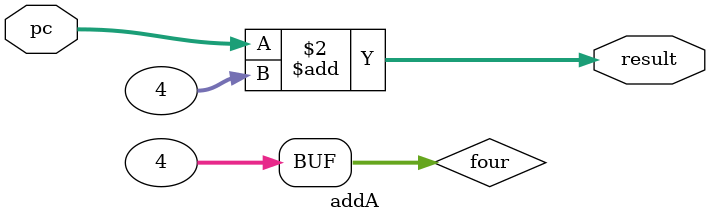
<source format=v>
module addA (output reg [31:0] result, input [31:0] pc);
  reg [31:0 ] four = 32'd4;
  always @(pc)
    result = pc + four;
endmodule

</source>
